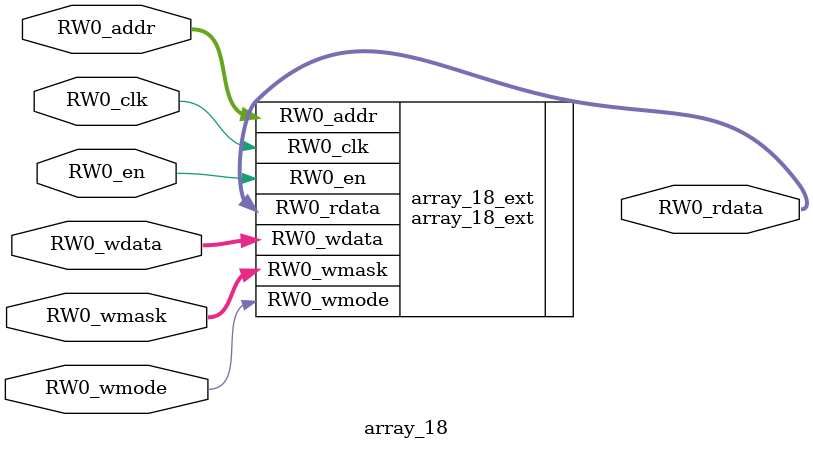
<source format=sv>
`ifndef RANDOMIZE
  `ifdef RANDOMIZE_MEM_INIT
    `define RANDOMIZE
  `endif // RANDOMIZE_MEM_INIT
`endif // not def RANDOMIZE
`ifndef RANDOMIZE
  `ifdef RANDOMIZE_REG_INIT
    `define RANDOMIZE
  `endif // RANDOMIZE_REG_INIT
`endif // not def RANDOMIZE

`ifndef RANDOM
  `define RANDOM $random
`endif // not def RANDOM

// Users can define INIT_RANDOM as general code that gets injected into the
// initializer block for modules with registers.
`ifndef INIT_RANDOM
  `define INIT_RANDOM
`endif // not def INIT_RANDOM

// If using random initialization, you can also define RANDOMIZE_DELAY to
// customize the delay used, otherwise 0.002 is used.
`ifndef RANDOMIZE_DELAY
  `define RANDOMIZE_DELAY 0.002
`endif // not def RANDOMIZE_DELAY

// Define INIT_RANDOM_PROLOG_ for use in our modules below.
`ifndef INIT_RANDOM_PROLOG_
  `ifdef RANDOMIZE
    `ifdef VERILATOR
      `define INIT_RANDOM_PROLOG_ `INIT_RANDOM
    `else  // VERILATOR
      `define INIT_RANDOM_PROLOG_ `INIT_RANDOM #`RANDOMIZE_DELAY begin end
    `endif // VERILATOR
  `else  // RANDOMIZE
    `define INIT_RANDOM_PROLOG_
  `endif // RANDOMIZE
`endif // not def INIT_RANDOM_PROLOG_

// Include register initializers in init blocks unless synthesis is set
`ifndef SYNTHESIS
  `ifndef ENABLE_INITIAL_REG_
    `define ENABLE_INITIAL_REG_
  `endif // not def ENABLE_INITIAL_REG_
`endif // not def SYNTHESIS

// Include rmemory initializers in init blocks unless synthesis is set
`ifndef SYNTHESIS
  `ifndef ENABLE_INITIAL_MEM_
    `define ENABLE_INITIAL_MEM_
  `endif // not def ENABLE_INITIAL_MEM_
`endif // not def SYNTHESIS

module array_18(
  input  [7:0]   RW0_addr,
  input          RW0_en,
  input          RW0_clk,
  input          RW0_wmode,
  input  [339:0] RW0_wdata,
  output [339:0] RW0_rdata,
  input  [9:0]   RW0_wmask
);

  array_18_ext array_18_ext (
    .RW0_addr  (RW0_addr),
    .RW0_en    (RW0_en),
    .RW0_clk   (RW0_clk),
    .RW0_wmode (RW0_wmode),
    .RW0_wdata (RW0_wdata),
    .RW0_rdata (RW0_rdata),
    .RW0_wmask (RW0_wmask)
  );
endmodule


</source>
